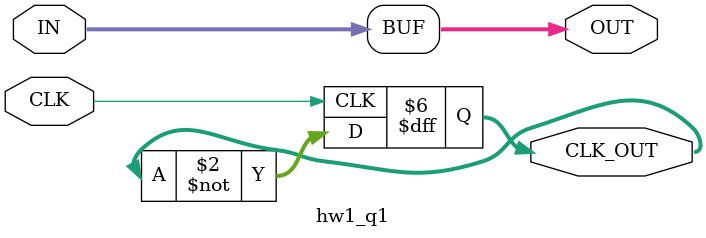
<source format=v>
`timescale 1ns / 1ps
`default_nettype none

module hw1_q1(CLK, IN, CLK_OUT, OUT);
	input wire CLK;
	input wire [3:0] IN;
	output reg [3:0] OUT;
	output reg [3:0] CLK_OUT;

	initial CLK_OUT = 0;
	initial OUT = 4'b0000;

	always@(posedge CLK)//CLK_OUT changes at pos edge
	begin
		CLK_OUT = ~CLK_OUT;
	end

	always@(CLK_OUT)//OUT changes at CLK_OUT
	begin
		OUT= IN;
	end

endmodule // hw1_q1


</source>
